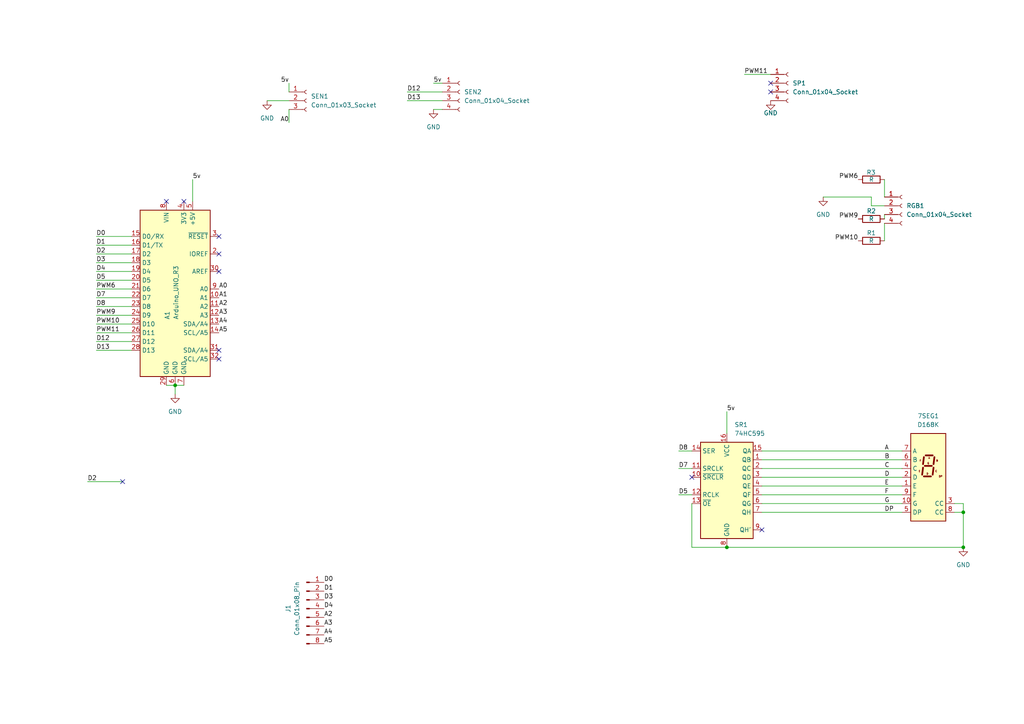
<source format=kicad_sch>
(kicad_sch (version 20231120) (generator "eeschema") (generator_version "8.0")
  (paper "A4")
  (lib_symbols
    (symbol "74xx:74HC595"
      (property "Reference" "U" (at -7.62 13.97 0))
      (property "Value" "74HC595" (at -7.62 -16.51 0))
      (symbol "74HC595_1_0"
        (pin tri_state line (at 10.16 7.62 180) (length 2.54) (name "QB") (number "1"))
        (pin input line (at -10.16 2.54 0) (length 2.54) (name "~{SRCLR}") (number "10"))
        (pin input line (at -10.16 5.08 0) (length 2.54) (name "SRCLK") (number "11"))
        (pin input line (at -10.16 -2.54 0) (length 2.54) (name "RCLK") (number "12"))
        (pin input line (at -10.16 -5.08 0) (length 2.54) (name "~{OE}") (number "13"))
        (pin input line (at -10.16 10.16 0) (length 2.54) (name "SER") (number "14"))
        (pin tri_state line (at 10.16 10.16 180) (length 2.54) (name "QA") (number "15"))
        (pin power_in line (at 0 15.24 270) (length 2.54) (name "VCC") (number "16"))
        (pin tri_state line (at 10.16 5.08 180) (length 2.54) (name "QC") (number "2"))
        (pin tri_state line (at 10.16 2.54 180) (length 2.54) (name "QD") (number "3"))
        (pin tri_state line (at 10.16 0 180) (length 2.54) (name "QE") (number "4"))
        (pin tri_state line (at 10.16 -2.54 180) (length 2.54) (name "QF") (number "5"))
        (pin tri_state line (at 10.16 -5.08 180) (length 2.54) (name "QG") (number "6"))
        (pin tri_state line (at 10.16 -7.62 180) (length 2.54) (name "QH") (number "7"))
        (pin power_in line (at 0 -17.78 90) (length 2.54) (name "GND") (number "8"))
        (pin output line (at 10.16 -12.7 180) (length 2.54) (name "QH'") (number "9"))
      )
      (symbol "74HC595_1_1"
        (rectangle (start -7.62 12.7) (end 7.62 -15.24) (stroke (width 0.254)) (fill (type background)))
      )
    )
    (symbol "Connector:Conn_01x03_Socket" (pin_names (offset 1.016) hide)
      (property "Reference" "J" (at 0 5.08 0))
      (property "Value" "Conn_01x03_Socket" (at 0 -5.08 0))
      (symbol "Conn_01x03_Socket_1_1"
        (arc (start 0 -2.032) (mid -0.5058 -2.54) (end 0 -3.048) (stroke (width 0.1524)))
        (polyline (pts (xy -1.27 -2.54) (xy -0.508 -2.54)) (stroke (width 0.1524)))
        (polyline (pts (xy -1.27 0) (xy -0.508 0)) (stroke (width 0.1524)))
        (polyline (pts (xy -1.27 2.54) (xy -0.508 2.54)) (stroke (width 0.1524)))
        (arc (start 0 0.508) (mid -0.5058 0) (end 0 -0.508) (stroke (width 0.1524)))
        (arc (start 0 3.048) (mid -0.5058 2.54) (end 0 2.032) (stroke (width 0.1524)))
        (pin passive line (at -5.08 2.54 0) (length 3.81) (name "Pin_1") (number "1"))
        (pin passive line (at -5.08 0 0) (length 3.81) (name "Pin_2") (number "2"))
        (pin passive line (at -5.08 -2.54 0) (length 3.81) (name "Pin_3") (number "3"))
      )
    )
    (symbol "Connector:Conn_01x04_Socket" (pin_names (offset 1.016) hide)
      (property "Reference" "J" (at 0 5.08 0))
      (property "Value" "Conn_01x04_Socket" (at 0 -7.62 0))
      (symbol "Conn_01x04_Socket_1_1"
        (arc (start 0 -4.572) (mid -0.5058 -5.08) (end 0 -5.588) (stroke (width 0.1524)))
        (arc (start 0 -2.032) (mid -0.5058 -2.54) (end 0 -3.048) (stroke (width 0.1524)))
        (polyline (pts (xy -1.27 -5.08) (xy -0.508 -5.08)) (stroke (width 0.1524)))
        (polyline (pts (xy -1.27 -2.54) (xy -0.508 -2.54)) (stroke (width 0.1524)))
        (polyline (pts (xy -1.27 0) (xy -0.508 0)) (stroke (width 0.1524)))
        (polyline (pts (xy -1.27 2.54) (xy -0.508 2.54)) (stroke (width 0.1524)))
        (arc (start 0 0.508) (mid -0.5058 0) (end 0 -0.508) (stroke (width 0.1524)))
        (arc (start 0 3.048) (mid -0.5058 2.54) (end 0 2.032) (stroke (width 0.1524)))
        (pin passive line (at -5.08 2.54 0) (length 3.81) (name "Pin_1") (number "1"))
        (pin passive line (at -5.08 0 0) (length 3.81) (name "Pin_2") (number "2"))
        (pin passive line (at -5.08 -2.54 0) (length 3.81) (name "Pin_3") (number "3"))
        (pin passive line (at -5.08 -5.08 0) (length 3.81) (name "Pin_4") (number "4"))
      )
    )
    (symbol "Connector:Conn_01x08_Pin" (pin_names (offset 1.016) hide)
      (property "Reference" "J" (at 0 10.16 0))
      (property "Value" "Conn_01x08_Pin" (at 0 -12.7 0))
      (symbol "Conn_01x08_Pin_1_1"
        (polyline (pts (xy 1.27 -10.16) (xy 0.8636 -10.16)) (stroke (width 0.1524)))
        (polyline (pts (xy 1.27 -7.62) (xy 0.8636 -7.62)) (stroke (width 0.1524)))
        (polyline (pts (xy 1.27 -5.08) (xy 0.8636 -5.08)) (stroke (width 0.1524)))
        (polyline (pts (xy 1.27 -2.54) (xy 0.8636 -2.54)) (stroke (width 0.1524)))
        (polyline (pts (xy 1.27 0) (xy 0.8636 0)) (stroke (width 0.1524)))
        (polyline (pts (xy 1.27 2.54) (xy 0.8636 2.54)) (stroke (width 0.1524)))
        (polyline (pts (xy 1.27 5.08) (xy 0.8636 5.08)) (stroke (width 0.1524)))
        (polyline (pts (xy 1.27 7.62) (xy 0.8636 7.62)) (stroke (width 0.1524)))
        (rectangle (start 0.8636 -10.033) (end 0 -10.287) (stroke (width 0.1524)) (fill (type outline)))
        (rectangle (start 0.8636 -7.493) (end 0 -7.747) (stroke (width 0.1524)) (fill (type outline)))
        (rectangle (start 0.8636 -4.953) (end 0 -5.207) (stroke (width 0.1524)) (fill (type outline)))
        (rectangle (start 0.8636 -2.413) (end 0 -2.667) (stroke (width 0.1524)) (fill (type outline)))
        (rectangle (start 0.8636 0.127) (end 0 -0.127) (stroke (width 0.1524)) (fill (type outline)))
        (rectangle (start 0.8636 2.667) (end 0 2.413) (stroke (width 0.1524)) (fill (type outline)))
        (rectangle (start 0.8636 5.207) (end 0 4.953) (stroke (width 0.1524)) (fill (type outline)))
        (rectangle (start 0.8636 7.747) (end 0 7.493) (stroke (width 0.1524)) (fill (type outline)))
        (pin passive line (at 5.08 7.62 180) (length 3.81) (name "Pin_1") (number "1"))
        (pin passive line (at 5.08 5.08 180) (length 3.81) (name "Pin_2") (number "2"))
        (pin passive line (at 5.08 2.54 180) (length 3.81) (name "Pin_3") (number "3"))
        (pin passive line (at 5.08 0 180) (length 3.81) (name "Pin_4") (number "4"))
        (pin passive line (at 5.08 -2.54 180) (length 3.81) (name "Pin_5") (number "5"))
        (pin passive line (at 5.08 -5.08 180) (length 3.81) (name "Pin_6") (number "6"))
        (pin passive line (at 5.08 -7.62 180) (length 3.81) (name "Pin_7") (number "7"))
        (pin passive line (at 5.08 -10.16 180) (length 3.81) (name "Pin_8") (number "8"))
      )
    )
    (symbol "Device:R" (pin_numbers hide) (pin_names (offset 0))
      (property "Reference" "R" (at 2.032 0 90))
      (property "Value" "R" (at 0 0 90))
      (symbol "R_0_1"
        (rectangle (start -1.016 -2.54) (end 1.016 2.54) (stroke (width 0.254)))
      )
      (symbol "R_1_1"
        (pin passive line (at 0 3.81 270) (length 1.27) (name "~") (number "1"))
        (pin passive line (at 0 -3.81 90) (length 1.27) (name "~") (number "2"))
      )
    )
    (symbol "Display_Character:D168K"
      (property "Reference" "U" (at -2.54 13.97 0))
      (property "Value" "D168K" (at 1.27 13.97 0))
      (symbol "D168K_0_0"
        (text "A" (at 0.254 5.588 0) (effects (font (size 0.508 0.508))))
        (text "B" (at 2.54 4.826 0) (effects (font (size 0.508 0.508))))
        (text "C" (at 2.286 1.778 0) (effects (font (size 0.508 0.508))))
        (text "D" (at -0.254 1.016 0) (effects (font (size 0.508 0.508))))
        (text "DP" (at 3.556 0.254 0) (effects (font (size 0.508 0.508))))
        (text "E" (at -2.54 1.778 0) (effects (font (size 0.508 0.508))))
        (text "F" (at -2.286 4.826 0) (effects (font (size 0.508 0.508))))
        (text "G" (at 0 4.064 0) (effects (font (size 0.508 0.508))))
      )
      (symbol "D168K_0_1"
        (rectangle (start -5.08 12.7) (end 5.08 -12.7) (stroke (width 0.254)) (fill (type background)))
        (polyline (pts (xy -1.524 2.794) (xy -1.778 0.762)) (stroke (width 0.508)))
        (polyline (pts (xy -1.27 0.254) (xy 0.762 0.254)) (stroke (width 0.508)))
        (polyline (pts (xy -1.27 5.842) (xy -1.524 3.81)) (stroke (width 0.508)))
        (polyline (pts (xy -1.016 3.302) (xy 1.016 3.302)) (stroke (width 0.508)))
        (polyline (pts (xy -0.762 6.35) (xy 1.27 6.35)) (stroke (width 0.508)))
        (polyline (pts (xy 1.524 2.794) (xy 1.27 0.762)) (stroke (width 0.508)))
        (polyline (pts (xy 1.778 5.842) (xy 1.524 3.81)) (stroke (width 0.508)))
        (polyline (pts (xy 2.54 0.254) (xy 2.54 0.254)) (stroke (width 0.508)))
      )
      (symbol "D168K_1_1"
        (pin input line (at -7.62 -2.54 0) (length 2.54) (name "E") (number "1"))
        (pin input line (at -7.62 -7.62 0) (length 2.54) (name "G") (number "10"))
        (pin input line (at -7.62 0 0) (length 2.54) (name "D") (number "2"))
        (pin input line (at 7.62 -7.62 180) (length 2.54) (name "CC") (number "3"))
        (pin input line (at -7.62 2.54 0) (length 2.54) (name "C") (number "4"))
        (pin input line (at -7.62 -10.16 0) (length 2.54) (name "DP") (number "5"))
        (pin input line (at -7.62 5.08 0) (length 2.54) (name "B") (number "6"))
        (pin input line (at -7.62 7.62 0) (length 2.54) (name "A") (number "7"))
        (pin input line (at 7.62 -10.16 180) (length 2.54) (name "CC") (number "8"))
        (pin input line (at -7.62 -5.08 0) (length 2.54) (name "F") (number "9"))
      )
    )
    (symbol "MCU_Module:Arduino_UNO_R3"
      (property "Reference" "A" (at -10.16 23.495 0))
      (property "Value" "Arduino_UNO_R3" (at 5.08 -26.67 0))
      (symbol "Arduino_UNO_R3_0_1"
        (rectangle (start -10.16 22.86) (end 10.16 -25.4) (stroke (width 0.254)) (fill (type background)))
      )
      (symbol "Arduino_UNO_R3_1_1"
        (pin no_connect line (at -10.16 -20.32 0) (length 2.54) hide (name "NC") (number "1"))
        (pin bidirectional line (at 12.7 -2.54 180) (length 2.54) (name "A1") (number "10"))
        (pin bidirectional line (at 12.7 -5.08 180) (length 2.54) (name "A2") (number "11"))
        (pin bidirectional line (at 12.7 -7.62 180) (length 2.54) (name "A3") (number "12"))
        (pin bidirectional line (at 12.7 -10.16 180) (length 2.54) (name "SDA/A4") (number "13"))
        (pin bidirectional line (at 12.7 -12.7 180) (length 2.54) (name "SCL/A5") (number "14"))
        (pin bidirectional line (at -12.7 15.24 0) (length 2.54) (name "D0/RX") (number "15"))
        (pin bidirectional line (at -12.7 12.7 0) (length 2.54) (name "D1/TX") (number "16"))
        (pin bidirectional line (at -12.7 10.16 0) (length 2.54) (name "D2") (number "17"))
        (pin bidirectional line (at -12.7 7.62 0) (length 2.54) (name "D3") (number "18"))
        (pin bidirectional line (at -12.7 5.08 0) (length 2.54) (name "D4") (number "19"))
        (pin output line (at 12.7 10.16 180) (length 2.54) (name "IOREF") (number "2"))
        (pin bidirectional line (at -12.7 2.54 0) (length 2.54) (name "D5") (number "20"))
        (pin bidirectional line (at -12.7 0 0) (length 2.54) (name "D6") (number "21"))
        (pin bidirectional line (at -12.7 -2.54 0) (length 2.54) (name "D7") (number "22"))
        (pin bidirectional line (at -12.7 -5.08 0) (length 2.54) (name "D8") (number "23"))
        (pin bidirectional line (at -12.7 -7.62 0) (length 2.54) (name "D9") (number "24"))
        (pin bidirectional line (at -12.7 -10.16 0) (length 2.54) (name "D10") (number "25"))
        (pin bidirectional line (at -12.7 -12.7 0) (length 2.54) (name "D11") (number "26"))
        (pin bidirectional line (at -12.7 -15.24 0) (length 2.54) (name "D12") (number "27"))
        (pin bidirectional line (at -12.7 -17.78 0) (length 2.54) (name "D13") (number "28"))
        (pin power_in line (at -2.54 -27.94 90) (length 2.54) (name "GND") (number "29"))
        (pin input line (at 12.7 15.24 180) (length 2.54) (name "~{RESET}") (number "3"))
        (pin input line (at 12.7 5.08 180) (length 2.54) (name "AREF") (number "30"))
        (pin bidirectional line (at 12.7 -17.78 180) (length 2.54) (name "SDA/A4") (number "31"))
        (pin bidirectional line (at 12.7 -20.32 180) (length 2.54) (name "SCL/A5") (number "32"))
        (pin power_out line (at 2.54 25.4 270) (length 2.54) (name "3V3") (number "4"))
        (pin power_out line (at 5.08 25.4 270) (length 2.54) (name "+5V") (number "5"))
        (pin power_in line (at 0 -27.94 90) (length 2.54) (name "GND") (number "6"))
        (pin power_in line (at 2.54 -27.94 90) (length 2.54) (name "GND") (number "7"))
        (pin power_in line (at -2.54 25.4 270) (length 2.54) (name "VIN") (number "8"))
        (pin bidirectional line (at 12.7 0 180) (length 2.54) (name "A0") (number "9"))
      )
    )
    (symbol "power:GND" (power) (pin_names (offset 0))
      (property "Value" "GND" (at 0 -3.81 0))
      (symbol "GND_0_1"
        (polyline (pts (xy 0 0) (xy 0 -1.27) (xy 1.27 -1.27) (xy 0 -2.54) (xy -1.27 -1.27) (xy 0 -1.27)))
      )
      (symbol "GND_1_1"
        (pin power_in line (at 0 0 270) (length 0) hide (name "GND") (number "1"))
      )
    )
  )
  (junction (at 279.4 158.75))
  (junction (at 50.8 111.76))
  (junction (at 210.82 158.75))
  (junction (at 279.4 148.59))
  (no_connect (at 200.66 138.43))
  (no_connect (at 63.5 73.66))
  (no_connect (at 53.34 58.42))
  (no_connect (at 223.52 26.67))
  (no_connect (at 63.5 68.58))
  (no_connect (at 63.5 104.14))
  (no_connect (at 63.5 101.6))
  (no_connect (at 220.98 153.67))
  (no_connect (at 223.52 24.13))
  (no_connect (at 63.5 78.74))
  (no_connect (at 48.26 58.42))
  (no_connect (at 35.56 139.7))
  (wire (pts (xy 125.73 24.13) (xy 128.27 24.13)))
  (wire (pts (xy 279.4 158.75) (xy 279.4 148.59)))
  (wire (pts (xy 200.66 146.05) (xy 200.66 158.75)))
  (wire (pts (xy 25.4 139.7) (xy 35.56 139.7)))
  (wire (pts (xy 252.73 59.69) (xy 252.73 57.15)))
  (wire (pts (xy 55.88 52.07) (xy 55.88 58.42)))
  (wire (pts (xy 27.94 81.28) (xy 38.1 81.28)))
  (wire (pts (xy 276.86 146.05) (xy 279.4 146.05)))
  (wire (pts (xy 27.94 76.2) (xy 38.1 76.2)))
  (wire (pts (xy 252.73 57.15) (xy 238.76 57.15)))
  (wire (pts (xy 220.98 143.51) (xy 261.62 143.51)))
  (wire (pts (xy 279.4 146.05) (xy 279.4 148.59)))
  (wire (pts (xy 53.34 111.76) (xy 50.8 111.76)))
  (wire (pts (xy 50.8 111.76) (xy 50.8 114.3)))
  (wire (pts (xy 27.94 83.82) (xy 38.1 83.82)))
  (wire (pts (xy 256.54 52.07) (xy 256.54 57.15)))
  (wire (pts (xy 125.73 31.75) (xy 128.27 31.75)))
  (wire (pts (xy 220.98 135.89) (xy 261.62 135.89)))
  (wire (pts (xy 27.94 99.06) (xy 38.1 99.06)))
  (wire (pts (xy 27.94 88.9) (xy 38.1 88.9)))
  (wire (pts (xy 210.82 158.75) (xy 279.4 158.75)))
  (wire (pts (xy 27.94 73.66) (xy 38.1 73.66)))
  (wire (pts (xy 215.9 21.59) (xy 223.52 21.59)))
  (wire (pts (xy 118.11 26.67) (xy 128.27 26.67)))
  (wire (pts (xy 196.85 130.81) (xy 200.66 130.81)))
  (wire (pts (xy 210.82 119.38) (xy 210.82 125.73)))
  (wire (pts (xy 27.94 101.6) (xy 38.1 101.6)))
  (wire (pts (xy 276.86 148.59) (xy 279.4 148.59)))
  (wire (pts (xy 27.94 71.12) (xy 38.1 71.12)))
  (wire (pts (xy 196.85 143.51) (xy 200.66 143.51)))
  (wire (pts (xy 77.47 29.21) (xy 83.82 29.21)))
  (wire (pts (xy 27.94 68.58) (xy 38.1 68.58)))
  (wire (pts (xy 83.82 24.13) (xy 83.82 26.67)))
  (wire (pts (xy 256.54 59.69) (xy 252.73 59.69)))
  (wire (pts (xy 220.98 148.59) (xy 261.62 148.59)))
  (wire (pts (xy 27.94 96.52) (xy 38.1 96.52)))
  (wire (pts (xy 200.66 158.75) (xy 210.82 158.75)))
  (wire (pts (xy 83.82 35.56) (xy 83.82 31.75)))
  (wire (pts (xy 220.98 138.43) (xy 261.62 138.43)))
  (wire (pts (xy 220.98 140.97) (xy 261.62 140.97)))
  (wire (pts (xy 27.94 93.98) (xy 38.1 93.98)))
  (wire (pts (xy 220.98 146.05) (xy 261.62 146.05)))
  (wire (pts (xy 27.94 86.36) (xy 38.1 86.36)))
  (wire (pts (xy 48.26 111.76) (xy 50.8 111.76)))
  (wire (pts (xy 118.11 29.21) (xy 128.27 29.21)))
  (wire (pts (xy 220.98 130.81) (xy 261.62 130.81)))
  (wire (pts (xy 220.98 133.35) (xy 261.62 133.35)))
  (wire (pts (xy 256.54 64.77) (xy 256.54 69.85)))
  (wire (pts (xy 196.85 135.89) (xy 200.66 135.89)))
  (wire (pts (xy 256.54 62.23) (xy 256.54 63.5)))
  (wire (pts (xy 27.94 91.44) (xy 38.1 91.44)))
  (wire (pts (xy 27.94 78.74) (xy 38.1 78.74)))
  (label "A4" (at 93.98 184.15 0))
  (label "D12" (at 27.94 99.06 0))
  (label "5v" (at 125.73 24.13 0))
  (label "5v" (at 55.88 52.07 0))
  (label "D1" (at 27.94 71.12 0))
  (label "A4" (at 63.5 93.98 0))
  (label "PWM6" (at 248.92 52.07 180))
  (label "D0" (at 27.94 68.58 0))
  (label "D0" (at 93.98 168.91 0))
  (label "C" (at 256.54 135.89 0))
  (label "E" (at 256.54 140.97 0))
  (label "B" (at 256.54 133.35 0))
  (label "PWM6" (at 27.94 83.82 0))
  (label "DP" (at 256.54 148.59 0))
  (label "PWM11" (at 27.94 96.52 0))
  (label "D7" (at 196.85 135.89 0))
  (label "G" (at 256.54 146.05 0))
  (label "D2" (at 27.94 73.66 0))
  (label "PWM11" (at 215.9 21.59 0))
  (label "D13" (at 118.11 29.21 0))
  (label "D8" (at 196.85 130.81 0))
  (label "D7" (at 27.94 86.36 0))
  (label "F" (at 256.54 143.51 0))
  (label "PWM10" (at 27.94 93.98 0))
  (label "A5" (at 63.5 96.52 0))
  (label "A0" (at 83.82 35.56 180))
  (label "A0" (at 63.5 83.82 0))
  (label "PWM9" (at 248.92 63.5 180))
  (label "5v" (at 83.82 24.13 180))
  (label "PWM10" (at 248.92 69.85 180))
  (label "A1" (at 63.5 86.36 0))
  (label "A2" (at 93.98 179.07 0))
  (label "A2" (at 63.5 88.9 0))
  (label "D4" (at 27.94 78.74 0))
  (label "D5" (at 196.85 143.51 0))
  (label "D5" (at 27.94 81.28 0))
  (label "A3" (at 63.5 91.44 0))
  (label "D12" (at 118.11 26.67 0))
  (label "A" (at 256.54 130.81 0))
  (label "D8" (at 27.94 88.9 0))
  (label "D1" (at 93.98 171.45 0))
  (label "A5" (at 93.98 186.69 0))
  (label "D13" (at 27.94 101.6 0))
  (label "D3" (at 27.94 76.2 0))
  (label "D" (at 256.54 138.43 0))
  (label "5v" (at 210.82 119.38 0))
  (label "D3" (at 93.98 173.99 0))
  (label "D2" (at 25.4 139.7 0))
  (label "PWM9" (at 27.94 91.44 0))
  (label "D4" (at 93.98 176.53 0))
  (label "A3" (at 93.98 181.61 0))
  (symbol (lib_id "Device:R") (at 252.73 52.07 90) (unit 1)
    (property "Reference" "R3" (at 254 50.038 90) (effects (justify left)))
    (property "Value" "R" (at 253.492 52.07 90) (effects (justify left)))
    (property "Footprint" "Resistor_THT:R_Axial_DIN0207_L6.3mm_D2.5mm_P7.62mm_Horizontal" (effects (hide yes)))
  )
  (symbol (lib_id "Connector:Conn_01x04_Socket") (at 133.35 26.67 0) (unit 1)
    (property "Reference" "SEN2" (at 134.62 26.6699 0) (effects (justify left)))
    (property "Value" "Conn_01x04_Socket" (at 134.62 29.2099 0) (effects (justify left)))
    (property "Footprint" "Connector_PinSocket_2.54mm:PinSocket_1x04_P2.54mm_Vertical" (effects (hide yes)))
    (property "Description" "Generic connector, single row, 01x04, script generated" (effects (hide yes)))
  )
  (symbol (lib_id "power:GND") (at 238.76 57.15 0) (unit 1)
    (property "Reference" "#PWR02" (effects (hide yes)))
    (property "Value" "GND" (at 238.76 62.23 0))
  )
  (symbol (lib_id "Display_Character:D168K") (at 269.24 138.43 0) (unit 1)
    (property "Reference" "7SEG1" (at 269.24 120.65 0))
    (property "Value" "D168K" (at 269.24 123.19 0))
    (property "Footprint" "Display_7Segment:D1X8K" (effects (hide yes)))
    (property "Datasheet" "https://ia800903.us.archive.org/24/items/CTKD1x8K/Cromatek%20D168K.pdf" (effects (hide yes)))
    (property "Description" "One digit 7 segment ultra bright red LED, low current, common cathode" (effects (hide yes)))
  )
  (symbol (lib_id "power:GND") (at 223.52 29.21 0) (unit 1)
    (property "Reference" "#PWR03" (effects (hide yes)))
    (property "Value" "GND" (at 223.52 32.766 0))
  )
  (symbol (lib_id "Connector:Conn_01x03_Socket") (at 88.9 29.21 0) (unit 1)
    (property "Reference" "SEN1" (at 90.17 27.9399 0) (effects (justify left)))
    (property "Value" "Conn_01x03_Socket" (at 90.17 30.4799 0) (effects (justify left)))
    (property "Footprint" "Connector_PinSocket_2.54mm:PinSocket_1x03_P2.54mm_Vertical" (effects (hide yes)))
    (property "Description" "Generic connector, single row, 01x03, script generated" (effects (hide yes)))
  )
  (symbol (lib_id "power:GND") (at 50.8 114.3 0) (unit 1)
    (property "Reference" "#PWR0103" (effects (hide yes)))
    (property "Value" "GND" (at 50.8 119.38 0))
  )
  (symbol (lib_id "Connector:Conn_01x08_Pin") (at 88.9 176.53 0) (unit 1)
    (property "Reference" "J1" (at 83.566 176.53 90))
    (property "Value" "Conn_01x08_Pin" (at 86.106 176.53 90))
    (property "Footprint" "Connector_PinHeader_2.54mm:PinHeader_1x08_P2.54mm_Vertical" (effects (hide yes)))
    (property "Description" "Generic connector, single row, 01x08, script generated" (effects (hide yes)))
  )
  (symbol (lib_id "Device:R") (at 252.73 69.85 90) (unit 1)
    (property "Reference" "R1" (at 252.73 67.564 90))
    (property "Value" "R" (at 252.73 69.85 90))
    (property "Footprint" "Resistor_THT:R_Axial_DIN0207_L6.3mm_D2.5mm_P7.62mm_Horizontal" (effects (hide yes)))
  )
  (symbol (lib_id "Connector:Conn_01x04_Socket") (at 228.6 24.13 0) (unit 1)
    (property "Reference" "SP1" (at 229.87 24.1299 0) (effects (justify left)))
    (property "Value" "Conn_01x04_Socket" (at 229.87 26.6699 0) (effects (justify left)))
    (property "Footprint" "Connector_PinSocket_2.54mm:PinSocket_1x04_P2.54mm_Vertical" (effects (hide yes)))
    (property "Description" "Generic connector, single row, 01x04, script generated" (effects (hide yes)))
  )
  (symbol (lib_id "MCU_Module:Arduino_UNO_R3") (at 50.8 83.82 0) (unit 1)
    (property "Reference" "A1" (at 48.514 92.71 90) (effects (justify left)))
    (property "Value" "Arduino_UNO_R3" (at 51.054 92.71 90) (effects (justify left)))
    (property "Footprint" "Module:Arduino_UNO_R3" (effects (hide yes)))
    (property "Datasheet" "https://www.arduino.cc/en/Main/arduinoBoardUno" (effects (hide yes)))
  )
  (symbol (lib_id "power:GND") (at 125.73 31.75 0) (unit 1)
    (property "Reference" "#PWR05" (effects (hide yes)))
    (property "Value" "GND" (at 125.73 36.83 0))
  )
  (symbol (lib_id "power:GND") (at 279.4 158.75 0) (unit 1)
    (property "Reference" "#PWR01" (effects (hide yes)))
    (property "Value" "GND" (at 279.4 163.83 0))
  )
  (symbol (lib_id "Device:R") (at 252.73 63.5 90) (unit 1)
    (property "Reference" "R2" (at 252.73 61.214 90))
    (property "Value" "R" (at 252.73 63.5 90))
    (property "Footprint" "Resistor_THT:R_Axial_DIN0207_L6.3mm_D2.5mm_P7.62mm_Horizontal" (effects (hide yes)))
  )
  (symbol (lib_id "Connector:Conn_01x04_Socket") (at 261.62 59.69 0) (unit 1)
    (property "Reference" "RGB1" (at 262.89 59.6899 0) (effects (justify left)))
    (property "Value" "Conn_01x04_Socket" (at 262.89 62.2299 0) (effects (justify left)))
    (property "Footprint" "Connector_PinSocket_2.54mm:PinSocket_1x04_P2.54mm_Vertical" (effects (hide yes)))
    (property "Description" "Generic connector, single row, 01x04, script generated" (effects (hide yes)))
  )
  (symbol (lib_id "74xx:74HC595") (at 210.82 140.97 0) (unit 1)
    (property "Reference" "SR1" (at 213.0141 123.19 0) (effects (justify left)))
    (property "Value" "74HC595" (at 213.0141 125.73 0) (effects (justify left)))
    (property "Footprint" "Package_DIP:DIP-16_W7.62mm_Socket" (effects (hide yes)))
    (property "Datasheet" "http://www.ti.com/lit/ds/symlink/sn74hc595.pdf" (effects (hide yes)))
    (property "Description" "8-bit serial in/out Shift Register 3-State Outputs" (effects (hide yes)))
  )
  (symbol (lib_id "power:GND") (at 77.47 29.21 0) (unit 1)
    (property "Reference" "#PWR04" (effects (hide yes)))
    (property "Value" "GND" (at 77.47 34.29 0))
  )
)
</source>
